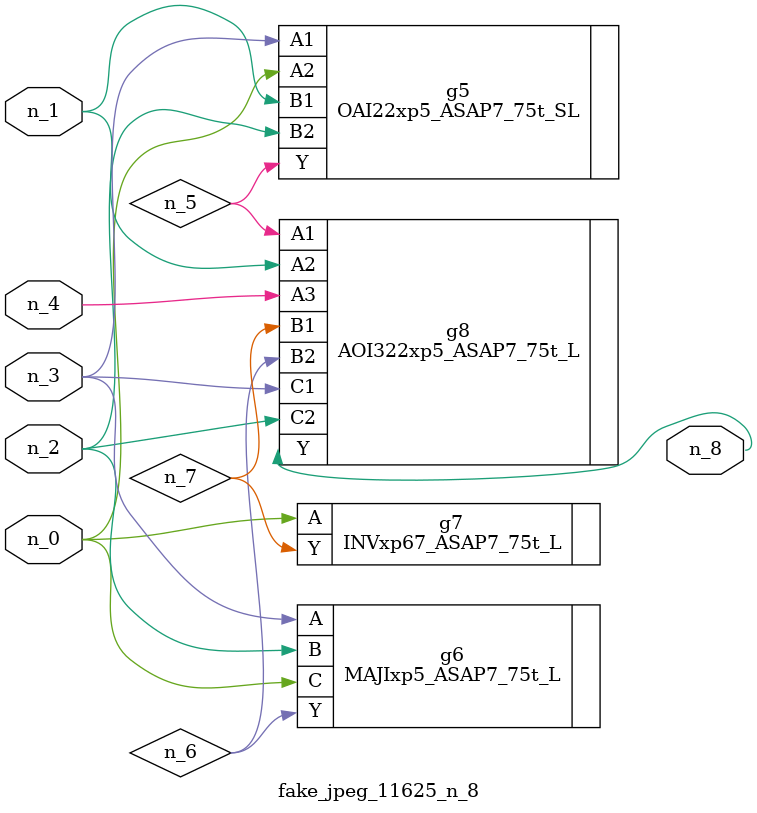
<source format=v>
module fake_jpeg_11625_n_8 (n_3, n_2, n_1, n_0, n_4, n_8);

input n_3;
input n_2;
input n_1;
input n_0;
input n_4;

output n_8;

wire n_6;
wire n_5;
wire n_7;

OAI22xp5_ASAP7_75t_SL g5 ( 
.A1(n_3),
.A2(n_0),
.B1(n_1),
.B2(n_2),
.Y(n_5)
);

MAJIxp5_ASAP7_75t_L g6 ( 
.A(n_3),
.B(n_2),
.C(n_0),
.Y(n_6)
);

INVxp67_ASAP7_75t_L g7 ( 
.A(n_0),
.Y(n_7)
);

AOI322xp5_ASAP7_75t_L g8 ( 
.A1(n_5),
.A2(n_1),
.A3(n_4),
.B1(n_7),
.B2(n_6),
.C1(n_3),
.C2(n_2),
.Y(n_8)
);


endmodule
</source>
